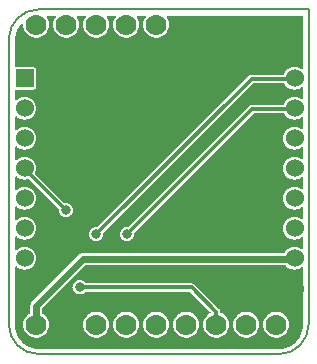
<source format=gbr>
%TF.GenerationSoftware,KiCad,Pcbnew,8.0.2*%
%TF.CreationDate,2024-05-28T14:09:15+02:00*%
%TF.ProjectId,Lora_2__BUS,4c6f7261-5f32-45fb-9542-55532e6b6963,rev?*%
%TF.SameCoordinates,Original*%
%TF.FileFunction,Copper,L1,Top*%
%TF.FilePolarity,Positive*%
%FSLAX46Y46*%
G04 Gerber Fmt 4.6, Leading zero omitted, Abs format (unit mm)*
G04 Created by KiCad (PCBNEW 8.0.2) date 2024-05-28 14:09:15*
%MOMM*%
%LPD*%
G01*
G04 APERTURE LIST*
%TA.AperFunction,EtchedComponent*%
%ADD10C,0.200000*%
%TD*%
%TA.AperFunction,ComponentPad*%
%ADD11C,1.778000*%
%TD*%
%TA.AperFunction,ComponentPad*%
%ADD12R,1.524000X1.524000*%
%TD*%
%TA.AperFunction,ComponentPad*%
%ADD13C,1.524000*%
%TD*%
%TA.AperFunction,ViaPad*%
%ADD14C,0.800000*%
%TD*%
%TA.AperFunction,Conductor*%
%ADD15C,0.300000*%
%TD*%
%TA.AperFunction,Conductor*%
%ADD16C,0.500000*%
%TD*%
%TA.AperFunction,Conductor*%
%ADD17C,0.600000*%
%TD*%
G04 APERTURE END LIST*
D10*
%TO.C,MikroBUS_adapter1*%
X116792000Y-107003200D02*
X116792000Y-82883200D01*
X119332000Y-80343200D02*
X142192000Y-80343200D01*
X139652000Y-109543200D02*
X119332000Y-109543200D01*
X142192000Y-80343200D02*
X142192000Y-107003200D01*
X116792000Y-82883200D02*
G75*
G02*
X119332000Y-80343200I2540001J-1D01*
G01*
X119332000Y-109543200D02*
G75*
G02*
X116792000Y-107003200I1J2540001D01*
G01*
X142192000Y-107003200D02*
G75*
G02*
X139652000Y-109543200I-2540000J0D01*
G01*
%TD*%
D11*
%TO.P,LoRA_breakout1,0,G0*%
%TO.N,/DIO_1*%
X126728000Y-107057000D03*
%TO.P,LoRA_breakout1,1,G1*%
%TO.N,unconnected-(LoRA_breakout1-G1-Pad1)*%
X119108000Y-81657000D03*
%TO.P,LoRA_breakout1,2,G2*%
%TO.N,unconnected-(LoRA_breakout1-G2-Pad2)*%
X121648000Y-81657000D03*
%TO.P,LoRA_breakout1,3,G3*%
%TO.N,unconnected-(LoRA_breakout1-G3-Pad3)*%
X124188000Y-81657000D03*
%TO.P,LoRA_breakout1,4,G4*%
%TO.N,unconnected-(LoRA_breakout1-G4-Pad4)*%
X126728000Y-81657000D03*
%TO.P,LoRA_breakout1,5,G5*%
%TO.N,unconnected-(LoRA_breakout1-G5-Pad5)*%
X129268000Y-81657000D03*
%TO.P,LoRA_breakout1,6,Vin*%
%TO.N,/5V*%
X119108000Y-107057000D03*
%TO.P,LoRA_breakout1,7,GND*%
%TO.N,/GND*%
X121648000Y-107057000D03*
%TO.P,LoRA_breakout1,8,EN*%
%TO.N,/DIO_0*%
X124188000Y-107057000D03*
%TO.P,LoRA_breakout1,9,SCK*%
%TO.N,/SCK*%
X129268000Y-107057000D03*
%TO.P,LoRA_breakout1,10,MISO*%
%TO.N,/MISO*%
X131808000Y-107057000D03*
%TO.P,LoRA_breakout1,11,MOSI*%
%TO.N,/MOSI*%
X134348000Y-107057000D03*
%TO.P,LoRA_breakout1,12,CS*%
%TO.N,/CS*%
X136888000Y-107057000D03*
%TO.P,LoRA_breakout1,13,RST*%
%TO.N,/RST*%
X139428000Y-107057000D03*
%TD*%
D12*
%TO.P,MikroBUS_adapter1,1,AN*%
%TO.N,unconnected-(MikroBUS_adapter1-AN-Pad1)*%
X118130800Y-86183200D03*
D13*
%TO.P,MikroBUS_adapter1,2,RST*%
%TO.N,/RST*%
X118130800Y-88723200D03*
%TO.P,MikroBUS_adapter1,3,CS*%
%TO.N,/CS*%
X118130800Y-91263200D03*
%TO.P,MikroBUS_adapter1,4,SCK*%
%TO.N,/SCK*%
X118130800Y-93803200D03*
%TO.P,MikroBUS_adapter1,5,MISO*%
%TO.N,/MISO*%
X118130800Y-96343200D03*
%TO.P,MikroBUS_adapter1,6,MOSI*%
%TO.N,/MOSI*%
X118130800Y-98883200D03*
%TO.P,MikroBUS_adapter1,7,3.3V*%
%TO.N,unconnected-(MikroBUS_adapter1-3.3V-Pad7)*%
X118130800Y-101423200D03*
%TO.P,MikroBUS_adapter1,8,GND*%
%TO.N,/GND*%
X118130800Y-103963200D03*
%TO.P,MikroBUS_adapter1,9,PWM_DIO*%
%TO.N,/DIO_0*%
X140992000Y-86183200D03*
%TO.P,MikroBUS_adapter1,10,INT_DIO*%
%TO.N,/DIO_1*%
X140992000Y-88723200D03*
%TO.P,MikroBUS_adapter1,11,Rx*%
%TO.N,unconnected-(MikroBUS_adapter1-Rx-Pad11)*%
X140992000Y-91263200D03*
%TO.P,MikroBUS_adapter1,12,Tx*%
%TO.N,unconnected-(MikroBUS_adapter1-Tx-Pad12)*%
X140992000Y-93803200D03*
%TO.P,MikroBUS_adapter1,13,SCL*%
%TO.N,unconnected-(MikroBUS_adapter1-SCL-Pad13)*%
X140992000Y-96343200D03*
%TO.P,MikroBUS_adapter1,14,SDA*%
%TO.N,unconnected-(MikroBUS_adapter1-SDA-Pad14)*%
X140992000Y-98883200D03*
%TO.P,MikroBUS_adapter1,15,5V*%
%TO.N,/5V*%
X140992000Y-101423200D03*
%TO.P,MikroBUS_adapter1,16,GND*%
%TO.N,/GND*%
X140992000Y-103992000D03*
%TD*%
D14*
%TO.N,/DIO_1*%
X126792000Y-99392000D03*
%TO.N,/SCK*%
X121631400Y-97352600D03*
%TO.N,/GND*%
X121682000Y-89992000D03*
X121682000Y-93192000D03*
X121682000Y-99482000D03*
%TO.N,/MOSI*%
X122792000Y-103892000D03*
%TO.N,/DIO_0*%
X124192000Y-99392000D03*
%TD*%
D15*
%TO.N,/DIO_1*%
X137412000Y-88772000D02*
X140992000Y-88772000D01*
X126792000Y-99392000D02*
X137412000Y-88772000D01*
%TO.N,/SCK*%
X121631400Y-97352600D02*
X118130800Y-93852000D01*
%TO.N,/MOSI*%
X132292000Y-103892000D02*
X134348000Y-105948000D01*
X122792000Y-103892000D02*
X132292000Y-103892000D01*
X134348000Y-105948000D02*
X134348000Y-107057000D01*
D16*
%TO.N,/5V*%
X140992000Y-101472000D02*
X140972000Y-101492000D01*
D17*
X123092000Y-101492000D02*
X119108000Y-105476000D01*
X119108000Y-105476000D02*
X119108000Y-107062000D01*
X140972000Y-101492000D02*
X123092000Y-101492000D01*
D15*
%TO.N,/DIO_0*%
X124192000Y-99392000D02*
X137352000Y-86232000D01*
X137352000Y-86232000D02*
X140992000Y-86232000D01*
%TD*%
%TA.AperFunction,Conductor*%
%TO.N,/GND*%
G36*
X120723213Y-80906407D02*
G01*
X120759177Y-80955907D01*
X120759177Y-81017093D01*
X120744027Y-81046158D01*
X120728917Y-81066167D01*
X120717721Y-81080993D01*
X120717716Y-81081002D01*
X120627720Y-81261738D01*
X120627719Y-81261741D01*
X120572462Y-81455947D01*
X120553832Y-81657000D01*
X120572462Y-81858053D01*
X120627719Y-82052259D01*
X120717720Y-82233005D01*
X120839400Y-82394136D01*
X120988616Y-82530165D01*
X121160287Y-82636459D01*
X121348567Y-82709399D01*
X121547043Y-82746500D01*
X121748957Y-82746500D01*
X121947433Y-82709399D01*
X122135713Y-82636459D01*
X122307384Y-82530165D01*
X122456600Y-82394136D01*
X122578280Y-82233005D01*
X122668281Y-82052259D01*
X122723538Y-81858053D01*
X122742168Y-81657000D01*
X122723538Y-81455947D01*
X122668281Y-81261741D01*
X122578280Y-81080995D01*
X122551973Y-81046159D01*
X122531995Y-80988329D01*
X122549824Y-80929799D01*
X122598651Y-80892927D01*
X122630978Y-80887500D01*
X123205022Y-80887500D01*
X123263213Y-80906407D01*
X123299177Y-80955907D01*
X123299177Y-81017093D01*
X123284027Y-81046158D01*
X123268917Y-81066167D01*
X123257721Y-81080993D01*
X123257716Y-81081002D01*
X123167720Y-81261738D01*
X123167719Y-81261741D01*
X123112462Y-81455947D01*
X123093832Y-81657000D01*
X123112462Y-81858053D01*
X123167719Y-82052259D01*
X123257720Y-82233005D01*
X123379400Y-82394136D01*
X123528616Y-82530165D01*
X123700287Y-82636459D01*
X123888567Y-82709399D01*
X124087043Y-82746500D01*
X124288957Y-82746500D01*
X124487433Y-82709399D01*
X124675713Y-82636459D01*
X124847384Y-82530165D01*
X124996600Y-82394136D01*
X125118280Y-82233005D01*
X125208281Y-82052259D01*
X125263538Y-81858053D01*
X125282168Y-81657000D01*
X125263538Y-81455947D01*
X125208281Y-81261741D01*
X125118280Y-81080995D01*
X125091973Y-81046159D01*
X125071995Y-80988329D01*
X125089824Y-80929799D01*
X125138651Y-80892927D01*
X125170978Y-80887500D01*
X125745022Y-80887500D01*
X125803213Y-80906407D01*
X125839177Y-80955907D01*
X125839177Y-81017093D01*
X125824027Y-81046158D01*
X125808917Y-81066167D01*
X125797721Y-81080993D01*
X125797716Y-81081002D01*
X125707720Y-81261738D01*
X125707719Y-81261741D01*
X125652462Y-81455947D01*
X125633832Y-81657000D01*
X125652462Y-81858053D01*
X125707719Y-82052259D01*
X125797720Y-82233005D01*
X125919400Y-82394136D01*
X126068616Y-82530165D01*
X126240287Y-82636459D01*
X126428567Y-82709399D01*
X126627043Y-82746500D01*
X126828957Y-82746500D01*
X127027433Y-82709399D01*
X127215713Y-82636459D01*
X127387384Y-82530165D01*
X127536600Y-82394136D01*
X127658280Y-82233005D01*
X127748281Y-82052259D01*
X127803538Y-81858053D01*
X127822168Y-81657000D01*
X127803538Y-81455947D01*
X127748281Y-81261741D01*
X127658280Y-81080995D01*
X127631973Y-81046159D01*
X127611995Y-80988329D01*
X127629824Y-80929799D01*
X127678651Y-80892927D01*
X127710978Y-80887500D01*
X128285022Y-80887500D01*
X128343213Y-80906407D01*
X128379177Y-80955907D01*
X128379177Y-81017093D01*
X128364027Y-81046158D01*
X128348917Y-81066167D01*
X128337721Y-81080993D01*
X128337716Y-81081002D01*
X128247720Y-81261738D01*
X128247719Y-81261741D01*
X128192462Y-81455947D01*
X128173832Y-81657000D01*
X128192462Y-81858053D01*
X128247719Y-82052259D01*
X128337720Y-82233005D01*
X128459400Y-82394136D01*
X128608616Y-82530165D01*
X128780287Y-82636459D01*
X128968567Y-82709399D01*
X129167043Y-82746500D01*
X129368957Y-82746500D01*
X129567433Y-82709399D01*
X129755713Y-82636459D01*
X129927384Y-82530165D01*
X130076600Y-82394136D01*
X130198280Y-82233005D01*
X130288281Y-82052259D01*
X130343538Y-81858053D01*
X130362168Y-81657000D01*
X130343538Y-81455947D01*
X130288281Y-81261741D01*
X130198280Y-81080995D01*
X130171973Y-81046159D01*
X130151995Y-80988329D01*
X130169824Y-80929799D01*
X130218651Y-80892927D01*
X130250978Y-80887500D01*
X141622500Y-80887500D01*
X141680691Y-80906407D01*
X141716655Y-80955907D01*
X141721500Y-80986500D01*
X141721500Y-85327434D01*
X141702593Y-85385625D01*
X141653093Y-85421589D01*
X141591907Y-85421589D01*
X141559696Y-85403963D01*
X141529328Y-85379041D01*
X141529326Y-85379040D01*
X141529324Y-85379038D01*
X141432780Y-85327434D01*
X141362120Y-85289665D01*
X141362115Y-85289663D01*
X141180683Y-85234626D01*
X141180678Y-85234625D01*
X140992003Y-85216043D01*
X140991997Y-85216043D01*
X140803321Y-85234625D01*
X140803316Y-85234626D01*
X140621884Y-85289663D01*
X140621879Y-85289665D01*
X140454681Y-85379035D01*
X140454671Y-85379041D01*
X140308121Y-85499313D01*
X140308113Y-85499321D01*
X140187841Y-85645871D01*
X140187835Y-85645881D01*
X140098465Y-85813079D01*
X140096604Y-85817574D01*
X140095051Y-85816931D01*
X140064052Y-85861425D01*
X140006247Y-85881481D01*
X140004287Y-85881500D01*
X137305856Y-85881500D01*
X137251297Y-85896118D01*
X137216707Y-85905387D01*
X137136791Y-85951527D01*
X137136790Y-85951528D01*
X124323724Y-98764592D01*
X124269207Y-98792369D01*
X124240800Y-98792741D01*
X124192003Y-98786318D01*
X124191999Y-98786318D01*
X124035241Y-98806955D01*
X124035233Y-98806957D01*
X123889161Y-98867462D01*
X123889160Y-98867462D01*
X123763723Y-98963713D01*
X123763713Y-98963723D01*
X123667462Y-99089160D01*
X123667462Y-99089161D01*
X123606957Y-99235233D01*
X123606955Y-99235241D01*
X123586318Y-99391999D01*
X123586318Y-99392000D01*
X123606955Y-99548758D01*
X123606957Y-99548766D01*
X123667462Y-99694838D01*
X123667462Y-99694839D01*
X123763713Y-99820276D01*
X123763718Y-99820282D01*
X123889159Y-99916536D01*
X124035238Y-99977044D01*
X124152809Y-99992522D01*
X124191999Y-99997682D01*
X124192000Y-99997682D01*
X124192001Y-99997682D01*
X124223352Y-99993554D01*
X124348762Y-99977044D01*
X124494841Y-99916536D01*
X124620282Y-99820282D01*
X124716536Y-99694841D01*
X124777044Y-99548762D01*
X124797682Y-99392000D01*
X124791257Y-99343199D01*
X124802407Y-99283040D01*
X124819403Y-99260277D01*
X137468186Y-86611496D01*
X137522703Y-86583719D01*
X137538190Y-86582500D01*
X140054725Y-86582500D01*
X140112916Y-86601407D01*
X140142034Y-86634831D01*
X140187838Y-86720524D01*
X140308117Y-86867083D01*
X140454676Y-86987362D01*
X140621885Y-87076737D01*
X140748280Y-87115077D01*
X140803316Y-87131773D01*
X140803321Y-87131774D01*
X140991997Y-87150357D01*
X140992000Y-87150357D01*
X140992003Y-87150357D01*
X141180678Y-87131774D01*
X141180683Y-87131773D01*
X141362115Y-87076737D01*
X141529324Y-86987362D01*
X141559696Y-86962435D01*
X141616670Y-86940136D01*
X141675873Y-86955583D01*
X141714689Y-87002879D01*
X141721500Y-87038964D01*
X141721500Y-87867434D01*
X141702593Y-87925625D01*
X141653093Y-87961589D01*
X141591907Y-87961589D01*
X141559696Y-87943963D01*
X141529328Y-87919041D01*
X141529326Y-87919040D01*
X141529324Y-87919038D01*
X141432780Y-87867434D01*
X141362120Y-87829665D01*
X141362115Y-87829663D01*
X141180683Y-87774626D01*
X141180678Y-87774625D01*
X140992003Y-87756043D01*
X140991997Y-87756043D01*
X140803321Y-87774625D01*
X140803316Y-87774626D01*
X140621884Y-87829663D01*
X140621879Y-87829665D01*
X140454681Y-87919035D01*
X140454671Y-87919041D01*
X140308121Y-88039313D01*
X140308113Y-88039321D01*
X140187841Y-88185871D01*
X140187835Y-88185881D01*
X140098465Y-88353079D01*
X140096604Y-88357574D01*
X140095051Y-88356931D01*
X140064052Y-88401425D01*
X140006247Y-88421481D01*
X140004287Y-88421500D01*
X137365856Y-88421500D01*
X137276712Y-88445386D01*
X137196788Y-88491530D01*
X126923724Y-98764592D01*
X126869207Y-98792369D01*
X126840800Y-98792741D01*
X126792003Y-98786318D01*
X126791999Y-98786318D01*
X126635241Y-98806955D01*
X126635233Y-98806957D01*
X126489161Y-98867462D01*
X126489160Y-98867462D01*
X126363723Y-98963713D01*
X126363713Y-98963723D01*
X126267462Y-99089160D01*
X126267462Y-99089161D01*
X126206957Y-99235233D01*
X126206955Y-99235241D01*
X126186318Y-99391999D01*
X126186318Y-99392000D01*
X126206955Y-99548758D01*
X126206957Y-99548766D01*
X126267462Y-99694838D01*
X126267462Y-99694839D01*
X126363713Y-99820276D01*
X126363718Y-99820282D01*
X126489159Y-99916536D01*
X126635238Y-99977044D01*
X126752809Y-99992522D01*
X126791999Y-99997682D01*
X126792000Y-99997682D01*
X126792001Y-99997682D01*
X126823352Y-99993554D01*
X126948762Y-99977044D01*
X127094841Y-99916536D01*
X127220282Y-99820282D01*
X127316536Y-99694841D01*
X127377044Y-99548762D01*
X127397682Y-99392000D01*
X127391257Y-99343199D01*
X127402407Y-99283040D01*
X127419403Y-99260277D01*
X137528186Y-89151496D01*
X137582703Y-89123719D01*
X137598190Y-89122500D01*
X140054725Y-89122500D01*
X140112916Y-89141407D01*
X140142034Y-89174831D01*
X140168991Y-89225264D01*
X140187834Y-89260518D01*
X140187838Y-89260524D01*
X140308117Y-89407083D01*
X140454676Y-89527362D01*
X140621885Y-89616737D01*
X140748280Y-89655077D01*
X140803316Y-89671773D01*
X140803321Y-89671774D01*
X140991997Y-89690357D01*
X140992000Y-89690357D01*
X140992003Y-89690357D01*
X141180678Y-89671774D01*
X141180683Y-89671773D01*
X141362115Y-89616737D01*
X141529324Y-89527362D01*
X141559696Y-89502435D01*
X141616670Y-89480136D01*
X141675873Y-89495583D01*
X141714689Y-89542879D01*
X141721500Y-89578964D01*
X141721500Y-90407434D01*
X141702593Y-90465625D01*
X141653093Y-90501589D01*
X141591907Y-90501589D01*
X141559696Y-90483963D01*
X141529328Y-90459041D01*
X141529326Y-90459040D01*
X141529324Y-90459038D01*
X141432780Y-90407434D01*
X141362120Y-90369665D01*
X141362115Y-90369663D01*
X141180683Y-90314626D01*
X141180678Y-90314625D01*
X140992003Y-90296043D01*
X140991997Y-90296043D01*
X140803321Y-90314625D01*
X140803316Y-90314626D01*
X140621884Y-90369663D01*
X140621879Y-90369665D01*
X140454681Y-90459035D01*
X140454671Y-90459041D01*
X140308121Y-90579313D01*
X140308113Y-90579321D01*
X140187841Y-90725871D01*
X140187835Y-90725881D01*
X140098465Y-90893079D01*
X140098463Y-90893084D01*
X140043426Y-91074516D01*
X140043425Y-91074521D01*
X140024843Y-91263196D01*
X140024843Y-91263203D01*
X140043425Y-91451878D01*
X140043426Y-91451883D01*
X140098463Y-91633315D01*
X140098465Y-91633320D01*
X140166797Y-91761159D01*
X140187838Y-91800524D01*
X140308117Y-91947083D01*
X140454676Y-92067362D01*
X140621885Y-92156737D01*
X140748280Y-92195077D01*
X140803316Y-92211773D01*
X140803321Y-92211774D01*
X140991997Y-92230357D01*
X140992000Y-92230357D01*
X140992003Y-92230357D01*
X141180678Y-92211774D01*
X141180683Y-92211773D01*
X141362115Y-92156737D01*
X141529324Y-92067362D01*
X141559696Y-92042435D01*
X141616670Y-92020136D01*
X141675873Y-92035583D01*
X141714689Y-92082879D01*
X141721500Y-92118964D01*
X141721500Y-92947434D01*
X141702593Y-93005625D01*
X141653093Y-93041589D01*
X141591907Y-93041589D01*
X141559696Y-93023963D01*
X141529328Y-92999041D01*
X141529326Y-92999040D01*
X141529324Y-92999038D01*
X141432780Y-92947434D01*
X141362120Y-92909665D01*
X141362115Y-92909663D01*
X141180683Y-92854626D01*
X141180678Y-92854625D01*
X140992003Y-92836043D01*
X140991997Y-92836043D01*
X140803321Y-92854625D01*
X140803316Y-92854626D01*
X140621884Y-92909663D01*
X140621879Y-92909665D01*
X140454681Y-92999035D01*
X140454671Y-92999041D01*
X140308121Y-93119313D01*
X140308113Y-93119321D01*
X140187841Y-93265871D01*
X140187835Y-93265881D01*
X140098465Y-93433079D01*
X140098463Y-93433084D01*
X140043426Y-93614516D01*
X140043425Y-93614521D01*
X140024843Y-93803196D01*
X140024843Y-93803203D01*
X140043425Y-93991878D01*
X140043426Y-93991883D01*
X140098463Y-94173315D01*
X140098465Y-94173320D01*
X140152279Y-94273998D01*
X140187838Y-94340524D01*
X140308117Y-94487083D01*
X140454676Y-94607362D01*
X140621885Y-94696737D01*
X140748280Y-94735077D01*
X140803316Y-94751773D01*
X140803321Y-94751774D01*
X140991997Y-94770357D01*
X140992000Y-94770357D01*
X140992003Y-94770357D01*
X141180678Y-94751774D01*
X141180683Y-94751773D01*
X141207639Y-94743596D01*
X141362115Y-94696737D01*
X141529324Y-94607362D01*
X141559696Y-94582435D01*
X141616670Y-94560136D01*
X141675873Y-94575583D01*
X141714689Y-94622879D01*
X141721500Y-94658964D01*
X141721500Y-95487434D01*
X141702593Y-95545625D01*
X141653093Y-95581589D01*
X141591907Y-95581589D01*
X141559696Y-95563963D01*
X141529328Y-95539041D01*
X141529326Y-95539040D01*
X141529324Y-95539038D01*
X141432780Y-95487434D01*
X141362120Y-95449665D01*
X141362115Y-95449663D01*
X141180683Y-95394626D01*
X141180678Y-95394625D01*
X140992003Y-95376043D01*
X140991997Y-95376043D01*
X140803321Y-95394625D01*
X140803316Y-95394626D01*
X140621884Y-95449663D01*
X140621879Y-95449665D01*
X140454681Y-95539035D01*
X140454671Y-95539041D01*
X140308121Y-95659313D01*
X140308113Y-95659321D01*
X140187841Y-95805871D01*
X140187835Y-95805881D01*
X140098465Y-95973079D01*
X140098463Y-95973084D01*
X140043426Y-96154516D01*
X140043425Y-96154521D01*
X140024843Y-96343196D01*
X140024843Y-96343203D01*
X140043425Y-96531878D01*
X140043426Y-96531883D01*
X140098463Y-96713315D01*
X140098465Y-96713320D01*
X140166797Y-96841159D01*
X140187838Y-96880524D01*
X140308117Y-97027083D01*
X140454676Y-97147362D01*
X140621885Y-97236737D01*
X140748280Y-97275077D01*
X140803316Y-97291773D01*
X140803321Y-97291774D01*
X140991997Y-97310357D01*
X140992000Y-97310357D01*
X140992003Y-97310357D01*
X141180678Y-97291774D01*
X141180683Y-97291773D01*
X141362115Y-97236737D01*
X141529324Y-97147362D01*
X141559696Y-97122435D01*
X141616670Y-97100136D01*
X141675873Y-97115583D01*
X141714689Y-97162879D01*
X141721500Y-97198964D01*
X141721500Y-98027434D01*
X141702593Y-98085625D01*
X141653093Y-98121589D01*
X141591907Y-98121589D01*
X141559696Y-98103963D01*
X141529328Y-98079041D01*
X141529326Y-98079040D01*
X141529324Y-98079038D01*
X141432780Y-98027434D01*
X141362120Y-97989665D01*
X141362115Y-97989663D01*
X141180683Y-97934626D01*
X141180678Y-97934625D01*
X140992003Y-97916043D01*
X140991997Y-97916043D01*
X140803321Y-97934625D01*
X140803316Y-97934626D01*
X140621884Y-97989663D01*
X140621879Y-97989665D01*
X140454681Y-98079035D01*
X140454671Y-98079041D01*
X140308121Y-98199313D01*
X140308113Y-98199321D01*
X140187841Y-98345871D01*
X140187835Y-98345881D01*
X140098465Y-98513079D01*
X140098463Y-98513084D01*
X140043426Y-98694516D01*
X140043425Y-98694521D01*
X140024843Y-98883196D01*
X140024843Y-98883203D01*
X140043425Y-99071878D01*
X140043426Y-99071883D01*
X140098463Y-99253315D01*
X140098465Y-99253320D01*
X140114351Y-99283040D01*
X140187838Y-99420524D01*
X140308117Y-99567083D01*
X140454676Y-99687362D01*
X140621885Y-99776737D01*
X140748280Y-99815077D01*
X140803316Y-99831773D01*
X140803321Y-99831774D01*
X140991997Y-99850357D01*
X140992000Y-99850357D01*
X140992003Y-99850357D01*
X141180678Y-99831774D01*
X141180683Y-99831773D01*
X141362115Y-99776737D01*
X141529324Y-99687362D01*
X141559696Y-99662435D01*
X141616670Y-99640136D01*
X141675873Y-99655583D01*
X141714689Y-99702879D01*
X141721500Y-99738964D01*
X141721500Y-100567434D01*
X141702593Y-100625625D01*
X141653093Y-100661589D01*
X141591907Y-100661589D01*
X141559696Y-100643963D01*
X141529328Y-100619041D01*
X141529326Y-100619040D01*
X141529324Y-100619038D01*
X141432780Y-100567434D01*
X141362120Y-100529665D01*
X141362115Y-100529663D01*
X141180683Y-100474626D01*
X141180678Y-100474625D01*
X140992003Y-100456043D01*
X140991997Y-100456043D01*
X140803321Y-100474625D01*
X140803316Y-100474626D01*
X140621884Y-100529663D01*
X140621879Y-100529665D01*
X140454681Y-100619035D01*
X140454671Y-100619041D01*
X140308121Y-100739313D01*
X140308113Y-100739321D01*
X140187837Y-100885876D01*
X140187833Y-100885882D01*
X140159352Y-100939168D01*
X140115247Y-100981575D01*
X140072042Y-100991500D01*
X123157893Y-100991500D01*
X123026108Y-100991500D01*
X122948200Y-101012375D01*
X122898809Y-101025609D01*
X122784690Y-101091496D01*
X118800686Y-105075500D01*
X118800685Y-105075499D01*
X118707500Y-105168685D01*
X118707496Y-105168690D01*
X118641609Y-105282809D01*
X118607500Y-105410109D01*
X118607500Y-106030315D01*
X118588593Y-106088506D01*
X118560617Y-106114486D01*
X118448617Y-106183833D01*
X118448616Y-106183834D01*
X118299400Y-106319863D01*
X118177721Y-106480993D01*
X118177716Y-106481002D01*
X118087720Y-106661738D01*
X118087719Y-106661741D01*
X118032462Y-106855947D01*
X118013832Y-107057000D01*
X118032462Y-107258053D01*
X118087719Y-107452259D01*
X118177720Y-107633005D01*
X118299400Y-107794136D01*
X118448616Y-107930165D01*
X118620287Y-108036459D01*
X118808567Y-108109399D01*
X119007043Y-108146500D01*
X119208957Y-108146500D01*
X119407433Y-108109399D01*
X119595713Y-108036459D01*
X119767384Y-107930165D01*
X119916600Y-107794136D01*
X120038280Y-107633005D01*
X120128281Y-107452259D01*
X120183538Y-107258053D01*
X120202168Y-107057000D01*
X123093832Y-107057000D01*
X123112462Y-107258053D01*
X123167719Y-107452259D01*
X123257720Y-107633005D01*
X123379400Y-107794136D01*
X123528616Y-107930165D01*
X123700287Y-108036459D01*
X123888567Y-108109399D01*
X124087043Y-108146500D01*
X124288957Y-108146500D01*
X124487433Y-108109399D01*
X124675713Y-108036459D01*
X124847384Y-107930165D01*
X124996600Y-107794136D01*
X125118280Y-107633005D01*
X125208281Y-107452259D01*
X125263538Y-107258053D01*
X125282168Y-107057000D01*
X125633832Y-107057000D01*
X125652462Y-107258053D01*
X125707719Y-107452259D01*
X125797720Y-107633005D01*
X125919400Y-107794136D01*
X126068616Y-107930165D01*
X126240287Y-108036459D01*
X126428567Y-108109399D01*
X126627043Y-108146500D01*
X126828957Y-108146500D01*
X127027433Y-108109399D01*
X127215713Y-108036459D01*
X127387384Y-107930165D01*
X127536600Y-107794136D01*
X127658280Y-107633005D01*
X127748281Y-107452259D01*
X127803538Y-107258053D01*
X127822168Y-107057000D01*
X128173832Y-107057000D01*
X128192462Y-107258053D01*
X128247719Y-107452259D01*
X128337720Y-107633005D01*
X128459400Y-107794136D01*
X128608616Y-107930165D01*
X128780287Y-108036459D01*
X128968567Y-108109399D01*
X129167043Y-108146500D01*
X129368957Y-108146500D01*
X129567433Y-108109399D01*
X129755713Y-108036459D01*
X129927384Y-107930165D01*
X130076600Y-107794136D01*
X130198280Y-107633005D01*
X130288281Y-107452259D01*
X130343538Y-107258053D01*
X130362168Y-107057000D01*
X130713832Y-107057000D01*
X130732462Y-107258053D01*
X130787719Y-107452259D01*
X130877720Y-107633005D01*
X130999400Y-107794136D01*
X131148616Y-107930165D01*
X131320287Y-108036459D01*
X131508567Y-108109399D01*
X131707043Y-108146500D01*
X131908957Y-108146500D01*
X132107433Y-108109399D01*
X132295713Y-108036459D01*
X132467384Y-107930165D01*
X132616600Y-107794136D01*
X132738280Y-107633005D01*
X132828281Y-107452259D01*
X132883538Y-107258053D01*
X132902168Y-107057000D01*
X132883538Y-106855947D01*
X132828281Y-106661741D01*
X132738280Y-106480995D01*
X132616600Y-106319864D01*
X132467384Y-106183835D01*
X132295713Y-106077541D01*
X132107433Y-106004601D01*
X132107432Y-106004600D01*
X132107430Y-106004600D01*
X131908957Y-105967500D01*
X131707043Y-105967500D01*
X131508569Y-106004600D01*
X131494039Y-106010229D01*
X131320287Y-106077541D01*
X131260619Y-106114486D01*
X131148613Y-106183837D01*
X130999400Y-106319863D01*
X130877721Y-106480993D01*
X130877716Y-106481002D01*
X130787720Y-106661738D01*
X130787719Y-106661741D01*
X130732462Y-106855947D01*
X130713832Y-107057000D01*
X130362168Y-107057000D01*
X130343538Y-106855947D01*
X130288281Y-106661741D01*
X130198280Y-106480995D01*
X130076600Y-106319864D01*
X129927384Y-106183835D01*
X129755713Y-106077541D01*
X129567433Y-106004601D01*
X129567432Y-106004600D01*
X129567430Y-106004600D01*
X129368957Y-105967500D01*
X129167043Y-105967500D01*
X128968569Y-106004600D01*
X128954039Y-106010229D01*
X128780287Y-106077541D01*
X128720619Y-106114486D01*
X128608613Y-106183837D01*
X128459400Y-106319863D01*
X128337721Y-106480993D01*
X128337716Y-106481002D01*
X128247720Y-106661738D01*
X128247719Y-106661741D01*
X128192462Y-106855947D01*
X128173832Y-107057000D01*
X127822168Y-107057000D01*
X127803538Y-106855947D01*
X127748281Y-106661741D01*
X127658280Y-106480995D01*
X127536600Y-106319864D01*
X127387384Y-106183835D01*
X127215713Y-106077541D01*
X127027433Y-106004601D01*
X127027432Y-106004600D01*
X127027430Y-106004600D01*
X126828957Y-105967500D01*
X126627043Y-105967500D01*
X126428569Y-106004600D01*
X126414039Y-106010229D01*
X126240287Y-106077541D01*
X126180619Y-106114486D01*
X126068613Y-106183837D01*
X125919400Y-106319863D01*
X125797721Y-106480993D01*
X125797716Y-106481002D01*
X125707720Y-106661738D01*
X125707719Y-106661741D01*
X125652462Y-106855947D01*
X125633832Y-107057000D01*
X125282168Y-107057000D01*
X125263538Y-106855947D01*
X125208281Y-106661741D01*
X125118280Y-106480995D01*
X124996600Y-106319864D01*
X124847384Y-106183835D01*
X124675713Y-106077541D01*
X124487433Y-106004601D01*
X124487432Y-106004600D01*
X124487430Y-106004600D01*
X124288957Y-105967500D01*
X124087043Y-105967500D01*
X123888569Y-106004600D01*
X123874039Y-106010229D01*
X123700287Y-106077541D01*
X123640619Y-106114486D01*
X123528613Y-106183837D01*
X123379400Y-106319863D01*
X123257721Y-106480993D01*
X123257716Y-106481002D01*
X123167720Y-106661738D01*
X123167719Y-106661741D01*
X123112462Y-106855947D01*
X123093832Y-107057000D01*
X120202168Y-107057000D01*
X120183538Y-106855947D01*
X120128281Y-106661741D01*
X120038280Y-106480995D01*
X119916600Y-106319864D01*
X119767384Y-106183835D01*
X119767383Y-106183834D01*
X119767382Y-106183833D01*
X119655383Y-106114486D01*
X119615862Y-106067777D01*
X119608500Y-106030315D01*
X119608500Y-105724322D01*
X119627407Y-105666131D01*
X119637496Y-105654318D01*
X121399815Y-103891999D01*
X122186318Y-103891999D01*
X122186318Y-103892000D01*
X122206955Y-104048758D01*
X122206957Y-104048766D01*
X122267462Y-104194838D01*
X122267462Y-104194839D01*
X122363713Y-104320276D01*
X122363718Y-104320282D01*
X122489159Y-104416536D01*
X122635238Y-104477044D01*
X122752809Y-104492522D01*
X122791999Y-104497682D01*
X122792000Y-104497682D01*
X122792001Y-104497682D01*
X122823352Y-104493554D01*
X122948762Y-104477044D01*
X123094841Y-104416536D01*
X123220282Y-104320282D01*
X123250245Y-104281232D01*
X123300669Y-104246577D01*
X123328787Y-104242500D01*
X132105810Y-104242500D01*
X132164001Y-104261407D01*
X132175814Y-104271496D01*
X133846991Y-105942673D01*
X133874768Y-105997190D01*
X133865197Y-106057622D01*
X133829104Y-106096848D01*
X133688617Y-106183833D01*
X133688616Y-106183834D01*
X133539400Y-106319863D01*
X133417721Y-106480993D01*
X133417716Y-106481002D01*
X133327720Y-106661738D01*
X133327719Y-106661741D01*
X133272462Y-106855947D01*
X133253832Y-107057000D01*
X133272462Y-107258053D01*
X133327719Y-107452259D01*
X133417720Y-107633005D01*
X133539400Y-107794136D01*
X133688616Y-107930165D01*
X133860287Y-108036459D01*
X134048567Y-108109399D01*
X134247043Y-108146500D01*
X134448957Y-108146500D01*
X134647433Y-108109399D01*
X134835713Y-108036459D01*
X135007384Y-107930165D01*
X135156600Y-107794136D01*
X135278280Y-107633005D01*
X135368281Y-107452259D01*
X135423538Y-107258053D01*
X135442168Y-107057000D01*
X135793832Y-107057000D01*
X135812462Y-107258053D01*
X135867719Y-107452259D01*
X135957720Y-107633005D01*
X136079400Y-107794136D01*
X136228616Y-107930165D01*
X136400287Y-108036459D01*
X136588567Y-108109399D01*
X136787043Y-108146500D01*
X136988957Y-108146500D01*
X137187433Y-108109399D01*
X137375713Y-108036459D01*
X137547384Y-107930165D01*
X137696600Y-107794136D01*
X137818280Y-107633005D01*
X137908281Y-107452259D01*
X137963538Y-107258053D01*
X137982168Y-107057000D01*
X138333832Y-107057000D01*
X138352462Y-107258053D01*
X138407719Y-107452259D01*
X138497720Y-107633005D01*
X138619400Y-107794136D01*
X138768616Y-107930165D01*
X138940287Y-108036459D01*
X139128567Y-108109399D01*
X139327043Y-108146500D01*
X139528957Y-108146500D01*
X139727433Y-108109399D01*
X139915713Y-108036459D01*
X140087384Y-107930165D01*
X140236600Y-107794136D01*
X140358280Y-107633005D01*
X140448281Y-107452259D01*
X140503538Y-107258053D01*
X140522168Y-107057000D01*
X140503538Y-106855947D01*
X140448281Y-106661741D01*
X140358280Y-106480995D01*
X140236600Y-106319864D01*
X140087384Y-106183835D01*
X139915713Y-106077541D01*
X139727433Y-106004601D01*
X139727432Y-106004600D01*
X139727430Y-106004600D01*
X139528957Y-105967500D01*
X139327043Y-105967500D01*
X139128569Y-106004600D01*
X139114039Y-106010229D01*
X138940287Y-106077541D01*
X138880619Y-106114486D01*
X138768613Y-106183837D01*
X138619400Y-106319863D01*
X138497721Y-106480993D01*
X138497716Y-106481002D01*
X138407720Y-106661738D01*
X138407719Y-106661741D01*
X138352462Y-106855947D01*
X138333832Y-107057000D01*
X137982168Y-107057000D01*
X137963538Y-106855947D01*
X137908281Y-106661741D01*
X137818280Y-106480995D01*
X137696600Y-106319864D01*
X137547384Y-106183835D01*
X137375713Y-106077541D01*
X137187433Y-106004601D01*
X137187432Y-106004600D01*
X137187430Y-106004600D01*
X136988957Y-105967500D01*
X136787043Y-105967500D01*
X136588569Y-106004600D01*
X136574039Y-106010229D01*
X136400287Y-106077541D01*
X136340619Y-106114486D01*
X136228613Y-106183837D01*
X136079400Y-106319863D01*
X135957721Y-106480993D01*
X135957716Y-106481002D01*
X135867720Y-106661738D01*
X135867719Y-106661741D01*
X135812462Y-106855947D01*
X135793832Y-107057000D01*
X135442168Y-107057000D01*
X135423538Y-106855947D01*
X135368281Y-106661741D01*
X135278280Y-106480995D01*
X135156600Y-106319864D01*
X135007384Y-106183835D01*
X134835713Y-106077541D01*
X134835709Y-106077539D01*
X134835707Y-106077538D01*
X134761736Y-106048881D01*
X134714305Y-106010229D01*
X134698500Y-105956567D01*
X134698500Y-105901857D01*
X134698500Y-105901856D01*
X134674614Y-105812712D01*
X134657641Y-105783314D01*
X134657640Y-105783312D01*
X134657640Y-105783311D01*
X134641331Y-105755065D01*
X134628470Y-105732788D01*
X132507212Y-103611530D01*
X132427288Y-103565386D01*
X132338144Y-103541500D01*
X132338142Y-103541500D01*
X123328787Y-103541500D01*
X123270596Y-103522593D01*
X123250245Y-103502767D01*
X123220285Y-103463722D01*
X123220282Y-103463718D01*
X123220277Y-103463714D01*
X123220276Y-103463713D01*
X123094838Y-103367462D01*
X122948766Y-103306957D01*
X122948758Y-103306955D01*
X122792001Y-103286318D01*
X122791999Y-103286318D01*
X122635241Y-103306955D01*
X122635233Y-103306957D01*
X122489161Y-103367462D01*
X122489160Y-103367462D01*
X122363723Y-103463713D01*
X122363713Y-103463723D01*
X122267462Y-103589160D01*
X122267462Y-103589161D01*
X122206957Y-103735233D01*
X122206955Y-103735241D01*
X122186318Y-103891999D01*
X121399815Y-103891999D01*
X123270318Y-102021496D01*
X123324835Y-101993719D01*
X123340322Y-101992500D01*
X140167257Y-101992500D01*
X140225448Y-102011407D01*
X140243784Y-102028694D01*
X140308117Y-102107083D01*
X140454676Y-102227362D01*
X140621885Y-102316737D01*
X140748280Y-102355077D01*
X140803316Y-102371773D01*
X140803321Y-102371774D01*
X140991997Y-102390357D01*
X140992000Y-102390357D01*
X140992003Y-102390357D01*
X141180678Y-102371774D01*
X141180683Y-102371773D01*
X141362115Y-102316737D01*
X141529324Y-102227362D01*
X141559696Y-102202435D01*
X141616670Y-102180136D01*
X141675873Y-102195583D01*
X141714689Y-102242879D01*
X141721500Y-102278964D01*
X141721500Y-107053759D01*
X141721288Y-107060234D01*
X141704476Y-107316730D01*
X141702786Y-107329569D01*
X141653271Y-107578498D01*
X141649919Y-107591007D01*
X141568335Y-107831344D01*
X141563379Y-107843307D01*
X141451130Y-108070926D01*
X141444655Y-108082142D01*
X141303647Y-108293175D01*
X141295764Y-108303448D01*
X141128422Y-108494265D01*
X141119265Y-108503422D01*
X140928448Y-108670764D01*
X140918175Y-108678647D01*
X140707142Y-108819655D01*
X140695926Y-108826130D01*
X140468307Y-108938379D01*
X140456344Y-108943335D01*
X140216007Y-109024919D01*
X140203498Y-109028271D01*
X139954569Y-109077786D01*
X139941730Y-109079476D01*
X139685235Y-109096288D01*
X139678760Y-109096500D01*
X119365240Y-109096500D01*
X119358765Y-109096288D01*
X119102269Y-109079476D01*
X119089430Y-109077786D01*
X118840501Y-109028271D01*
X118827992Y-109024919D01*
X118587655Y-108943335D01*
X118575692Y-108938379D01*
X118348073Y-108826130D01*
X118336857Y-108819655D01*
X118125824Y-108678647D01*
X118115551Y-108670764D01*
X117924734Y-108503422D01*
X117915577Y-108494265D01*
X117748235Y-108303448D01*
X117740352Y-108293175D01*
X117599344Y-108082142D01*
X117592869Y-108070926D01*
X117480620Y-107843307D01*
X117475664Y-107831344D01*
X117394078Y-107591002D01*
X117390728Y-107578498D01*
X117341213Y-107329569D01*
X117339523Y-107316730D01*
X117335677Y-107258053D01*
X117322712Y-107060234D01*
X117322500Y-107053759D01*
X117322500Y-102214294D01*
X117341407Y-102156103D01*
X117390907Y-102120139D01*
X117452093Y-102120139D01*
X117484303Y-102137765D01*
X117593476Y-102227362D01*
X117760685Y-102316737D01*
X117887080Y-102355077D01*
X117942116Y-102371773D01*
X117942121Y-102371774D01*
X118130797Y-102390357D01*
X118130800Y-102390357D01*
X118130803Y-102390357D01*
X118319478Y-102371774D01*
X118319483Y-102371773D01*
X118500915Y-102316737D01*
X118668124Y-102227362D01*
X118814683Y-102107083D01*
X118934962Y-101960524D01*
X119024337Y-101793315D01*
X119079373Y-101611883D01*
X119079374Y-101611878D01*
X119097957Y-101423203D01*
X119097957Y-101423196D01*
X119079374Y-101234521D01*
X119079373Y-101234516D01*
X119062677Y-101179480D01*
X119024337Y-101053085D01*
X118934962Y-100885876D01*
X118814683Y-100739317D01*
X118684046Y-100632105D01*
X118668128Y-100619041D01*
X118668126Y-100619040D01*
X118668124Y-100619038D01*
X118571580Y-100567434D01*
X118500920Y-100529665D01*
X118500915Y-100529663D01*
X118319483Y-100474626D01*
X118319478Y-100474625D01*
X118130803Y-100456043D01*
X118130797Y-100456043D01*
X117942121Y-100474625D01*
X117942116Y-100474626D01*
X117760684Y-100529663D01*
X117760679Y-100529665D01*
X117593481Y-100619035D01*
X117593471Y-100619041D01*
X117484305Y-100708633D01*
X117427329Y-100730933D01*
X117368126Y-100715485D01*
X117329310Y-100668188D01*
X117322500Y-100632105D01*
X117322500Y-99674294D01*
X117341407Y-99616103D01*
X117390907Y-99580139D01*
X117452093Y-99580139D01*
X117484303Y-99597765D01*
X117593476Y-99687362D01*
X117760685Y-99776737D01*
X117887080Y-99815077D01*
X117942116Y-99831773D01*
X117942121Y-99831774D01*
X118130797Y-99850357D01*
X118130800Y-99850357D01*
X118130803Y-99850357D01*
X118319478Y-99831774D01*
X118319483Y-99831773D01*
X118500915Y-99776737D01*
X118668124Y-99687362D01*
X118814683Y-99567083D01*
X118934962Y-99420524D01*
X119024337Y-99253315D01*
X119079373Y-99071883D01*
X119079374Y-99071878D01*
X119097957Y-98883203D01*
X119097957Y-98883196D01*
X119079374Y-98694521D01*
X119079373Y-98694516D01*
X119062677Y-98639480D01*
X119024337Y-98513085D01*
X118934962Y-98345876D01*
X118814683Y-98199317D01*
X118684046Y-98092105D01*
X118668128Y-98079041D01*
X118668126Y-98079040D01*
X118668124Y-98079038D01*
X118571580Y-98027434D01*
X118500920Y-97989665D01*
X118500915Y-97989663D01*
X118319483Y-97934626D01*
X118319478Y-97934625D01*
X118130803Y-97916043D01*
X118130797Y-97916043D01*
X117942121Y-97934625D01*
X117942116Y-97934626D01*
X117760684Y-97989663D01*
X117760679Y-97989665D01*
X117593481Y-98079035D01*
X117593471Y-98079041D01*
X117484305Y-98168633D01*
X117427329Y-98190933D01*
X117368126Y-98175485D01*
X117329310Y-98128188D01*
X117322500Y-98092105D01*
X117322500Y-97134294D01*
X117341407Y-97076103D01*
X117390907Y-97040139D01*
X117452093Y-97040139D01*
X117484303Y-97057765D01*
X117593476Y-97147362D01*
X117760685Y-97236737D01*
X117887080Y-97275077D01*
X117942116Y-97291773D01*
X117942121Y-97291774D01*
X118130797Y-97310357D01*
X118130800Y-97310357D01*
X118130803Y-97310357D01*
X118319478Y-97291774D01*
X118319483Y-97291773D01*
X118500915Y-97236737D01*
X118668124Y-97147362D01*
X118814683Y-97027083D01*
X118934962Y-96880524D01*
X119024337Y-96713315D01*
X119079373Y-96531883D01*
X119079374Y-96531878D01*
X119097957Y-96343203D01*
X119097957Y-96343196D01*
X119079374Y-96154521D01*
X119079373Y-96154516D01*
X119062677Y-96099480D01*
X119024337Y-95973085D01*
X118934962Y-95805876D01*
X118814683Y-95659317D01*
X118684046Y-95552105D01*
X118668128Y-95539041D01*
X118668126Y-95539040D01*
X118668124Y-95539038D01*
X118571580Y-95487434D01*
X118500920Y-95449665D01*
X118500915Y-95449663D01*
X118319483Y-95394626D01*
X118319478Y-95394625D01*
X118130803Y-95376043D01*
X118130797Y-95376043D01*
X117942121Y-95394625D01*
X117942116Y-95394626D01*
X117760684Y-95449663D01*
X117760679Y-95449665D01*
X117593481Y-95539035D01*
X117593471Y-95539041D01*
X117484305Y-95628633D01*
X117427329Y-95650933D01*
X117368126Y-95635485D01*
X117329310Y-95588188D01*
X117322500Y-95552105D01*
X117322500Y-94594294D01*
X117341407Y-94536103D01*
X117390907Y-94500139D01*
X117452093Y-94500139D01*
X117484303Y-94517765D01*
X117593476Y-94607362D01*
X117760685Y-94696737D01*
X117887080Y-94735077D01*
X117942116Y-94751773D01*
X117942121Y-94751774D01*
X118130797Y-94770357D01*
X118130800Y-94770357D01*
X118130803Y-94770357D01*
X118319478Y-94751774D01*
X118319479Y-94751773D01*
X118319483Y-94751773D01*
X118427972Y-94718863D01*
X118489145Y-94720064D01*
X118526714Y-94743596D01*
X121003992Y-97220874D01*
X121031769Y-97275391D01*
X121032141Y-97303797D01*
X121025718Y-97352595D01*
X121025718Y-97352600D01*
X121046355Y-97509358D01*
X121046357Y-97509366D01*
X121106862Y-97655438D01*
X121106862Y-97655439D01*
X121106864Y-97655441D01*
X121203118Y-97780882D01*
X121328559Y-97877136D01*
X121328560Y-97877136D01*
X121328561Y-97877137D01*
X121467352Y-97934626D01*
X121474638Y-97937644D01*
X121592209Y-97953122D01*
X121631399Y-97958282D01*
X121631400Y-97958282D01*
X121631401Y-97958282D01*
X121662752Y-97954154D01*
X121788162Y-97937644D01*
X121934241Y-97877136D01*
X122059682Y-97780882D01*
X122155936Y-97655441D01*
X122216444Y-97509362D01*
X122237082Y-97352600D01*
X122216444Y-97195838D01*
X122196363Y-97147358D01*
X122155937Y-97049761D01*
X122155937Y-97049760D01*
X122059686Y-96924323D01*
X122059685Y-96924322D01*
X122059682Y-96924318D01*
X122059677Y-96924314D01*
X122059676Y-96924313D01*
X121934238Y-96828062D01*
X121788166Y-96767557D01*
X121788158Y-96767555D01*
X121631401Y-96746918D01*
X121631396Y-96746918D01*
X121582597Y-96753341D01*
X121522437Y-96742189D01*
X121499674Y-96725192D01*
X119048480Y-94273998D01*
X119020703Y-94219481D01*
X119023747Y-94175256D01*
X119024334Y-94173320D01*
X119024337Y-94173315D01*
X119079373Y-93991883D01*
X119079374Y-93991878D01*
X119097957Y-93803203D01*
X119097957Y-93803196D01*
X119079374Y-93614521D01*
X119079373Y-93614516D01*
X119062677Y-93559480D01*
X119024337Y-93433085D01*
X118934962Y-93265876D01*
X118814683Y-93119317D01*
X118684046Y-93012105D01*
X118668128Y-92999041D01*
X118668126Y-92999040D01*
X118668124Y-92999038D01*
X118571580Y-92947434D01*
X118500920Y-92909665D01*
X118500915Y-92909663D01*
X118319483Y-92854626D01*
X118319478Y-92854625D01*
X118130803Y-92836043D01*
X118130797Y-92836043D01*
X117942121Y-92854625D01*
X117942116Y-92854626D01*
X117760684Y-92909663D01*
X117760679Y-92909665D01*
X117593481Y-92999035D01*
X117593471Y-92999041D01*
X117484305Y-93088633D01*
X117427329Y-93110933D01*
X117368126Y-93095485D01*
X117329310Y-93048188D01*
X117322500Y-93012105D01*
X117322500Y-92054294D01*
X117341407Y-91996103D01*
X117390907Y-91960139D01*
X117452093Y-91960139D01*
X117484303Y-91977765D01*
X117593476Y-92067362D01*
X117760685Y-92156737D01*
X117887080Y-92195077D01*
X117942116Y-92211773D01*
X117942121Y-92211774D01*
X118130797Y-92230357D01*
X118130800Y-92230357D01*
X118130803Y-92230357D01*
X118319478Y-92211774D01*
X118319483Y-92211773D01*
X118500915Y-92156737D01*
X118668124Y-92067362D01*
X118814683Y-91947083D01*
X118934962Y-91800524D01*
X119024337Y-91633315D01*
X119079373Y-91451883D01*
X119079374Y-91451878D01*
X119097957Y-91263203D01*
X119097957Y-91263196D01*
X119079374Y-91074521D01*
X119079373Y-91074516D01*
X119062677Y-91019480D01*
X119024337Y-90893085D01*
X118934962Y-90725876D01*
X118814683Y-90579317D01*
X118684046Y-90472105D01*
X118668128Y-90459041D01*
X118668126Y-90459040D01*
X118668124Y-90459038D01*
X118571580Y-90407434D01*
X118500920Y-90369665D01*
X118500915Y-90369663D01*
X118319483Y-90314626D01*
X118319478Y-90314625D01*
X118130803Y-90296043D01*
X118130797Y-90296043D01*
X117942121Y-90314625D01*
X117942116Y-90314626D01*
X117760684Y-90369663D01*
X117760679Y-90369665D01*
X117593481Y-90459035D01*
X117593471Y-90459041D01*
X117484305Y-90548633D01*
X117427329Y-90570933D01*
X117368126Y-90555485D01*
X117329310Y-90508188D01*
X117322500Y-90472105D01*
X117322500Y-89514294D01*
X117341407Y-89456103D01*
X117390907Y-89420139D01*
X117452093Y-89420139D01*
X117484303Y-89437765D01*
X117593476Y-89527362D01*
X117760685Y-89616737D01*
X117887080Y-89655077D01*
X117942116Y-89671773D01*
X117942121Y-89671774D01*
X118130797Y-89690357D01*
X118130800Y-89690357D01*
X118130803Y-89690357D01*
X118319478Y-89671774D01*
X118319483Y-89671773D01*
X118500915Y-89616737D01*
X118668124Y-89527362D01*
X118814683Y-89407083D01*
X118934962Y-89260524D01*
X119024337Y-89093315D01*
X119079373Y-88911883D01*
X119079374Y-88911878D01*
X119097957Y-88723203D01*
X119097957Y-88723196D01*
X119079374Y-88534521D01*
X119079373Y-88534516D01*
X119045084Y-88421481D01*
X119024337Y-88353085D01*
X118934962Y-88185876D01*
X118814683Y-88039317D01*
X118684046Y-87932105D01*
X118668128Y-87919041D01*
X118668126Y-87919040D01*
X118668124Y-87919038D01*
X118571580Y-87867434D01*
X118500920Y-87829665D01*
X118500915Y-87829663D01*
X118319483Y-87774626D01*
X118319478Y-87774625D01*
X118130803Y-87756043D01*
X118130797Y-87756043D01*
X117942121Y-87774625D01*
X117942116Y-87774626D01*
X117760684Y-87829663D01*
X117760679Y-87829665D01*
X117593481Y-87919035D01*
X117593471Y-87919041D01*
X117484305Y-88008633D01*
X117427329Y-88030933D01*
X117368126Y-88015485D01*
X117329310Y-87968188D01*
X117322500Y-87932105D01*
X117322500Y-87244700D01*
X117341407Y-87186509D01*
X117390907Y-87150545D01*
X117421500Y-87145700D01*
X118912547Y-87145700D01*
X118912548Y-87145700D01*
X118971031Y-87134067D01*
X119037352Y-87089752D01*
X119081667Y-87023431D01*
X119093300Y-86964948D01*
X119093300Y-85401452D01*
X119081667Y-85342969D01*
X119037352Y-85276648D01*
X119037348Y-85276645D01*
X118971033Y-85232334D01*
X118971031Y-85232333D01*
X118971028Y-85232332D01*
X118971027Y-85232332D01*
X118912558Y-85220701D01*
X118912548Y-85220700D01*
X117421500Y-85220700D01*
X117363309Y-85201793D01*
X117327345Y-85152293D01*
X117322500Y-85121700D01*
X117322500Y-82930240D01*
X117322712Y-82923765D01*
X117339523Y-82667269D01*
X117341213Y-82654430D01*
X117365931Y-82530165D01*
X117390730Y-82405493D01*
X117394077Y-82393000D01*
X117475666Y-82152649D01*
X117480617Y-82140699D01*
X117592871Y-81913067D01*
X117599344Y-81901857D01*
X117643424Y-81835887D01*
X117740355Y-81690818D01*
X117748230Y-81680556D01*
X117841613Y-81574074D01*
X117894194Y-81542792D01*
X117955123Y-81548391D01*
X118001124Y-81588733D01*
X118014627Y-81648409D01*
X118013832Y-81657000D01*
X118032462Y-81858053D01*
X118087719Y-82052259D01*
X118177720Y-82233005D01*
X118299400Y-82394136D01*
X118448616Y-82530165D01*
X118620287Y-82636459D01*
X118808567Y-82709399D01*
X119007043Y-82746500D01*
X119208957Y-82746500D01*
X119407433Y-82709399D01*
X119595713Y-82636459D01*
X119767384Y-82530165D01*
X119916600Y-82394136D01*
X120038280Y-82233005D01*
X120128281Y-82052259D01*
X120183538Y-81858053D01*
X120202168Y-81657000D01*
X120183538Y-81455947D01*
X120128281Y-81261741D01*
X120038280Y-81080995D01*
X120011973Y-81046159D01*
X119991995Y-80988329D01*
X120009824Y-80929799D01*
X120058651Y-80892927D01*
X120090978Y-80887500D01*
X120665022Y-80887500D01*
X120723213Y-80906407D01*
G37*
%TD.AperFunction*%
%TD*%
M02*

</source>
